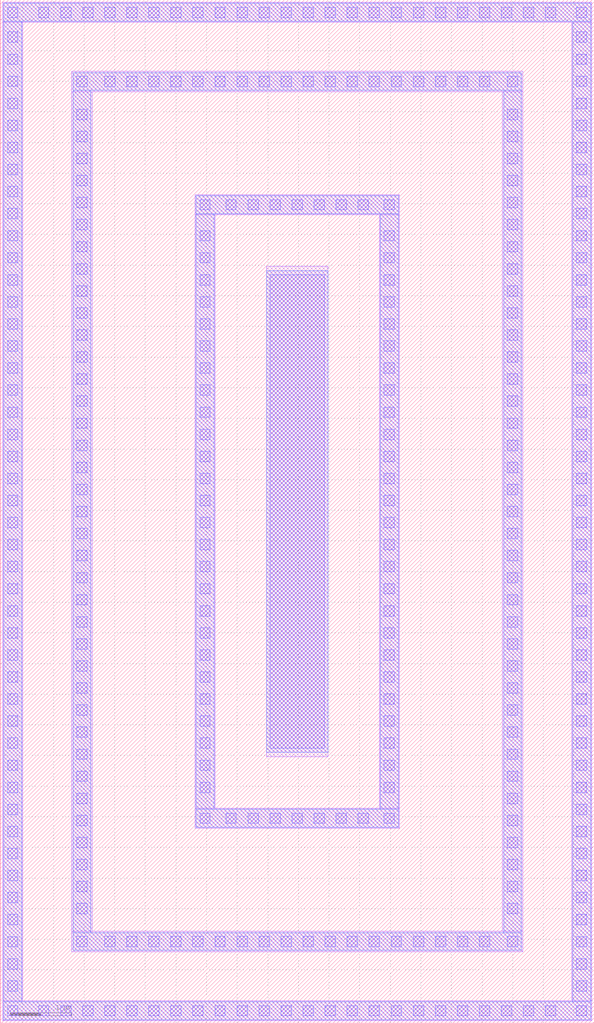
<source format=lef>
# Copyright 2020 The SkyWater PDK Authors
#
# Licensed under the Apache License, Version 2.0 (the "License");
# you may not use this file except in compliance with the License.
# You may obtain a copy of the License at
#
#     https://www.apache.org/licenses/LICENSE-2.0
#
# Unless required by applicable law or agreed to in writing, software
# distributed under the License is distributed on an "AS IS" BASIS,
# WITHOUT WARRANTIES OR CONDITIONS OF ANY KIND, either express or implied.
# See the License for the specific language governing permissions and
# limitations under the License.
#
# SPDX-License-Identifier: Apache-2.0

VERSION 5.7 ;
  NOWIREEXTENSIONATPIN ON ;
  DIVIDERCHAR "/" ;
  BUSBITCHARS "[]" ;
MACRO sky130_fd_pr__rf_npn_05v5_W1p00L8p00
  CLASS BLOCK ;
  FOREIGN sky130_fd_pr__rf_npn_05v5_W1p00L8p00 ;
  ORIGIN -0.130000 -0.130000 ;
  SIZE  9.700000 BY  16.70000 ;
  OBS
    LAYER li1 ;
      RECT 0.170000  0.170000 9.790000  0.500000 ;
      RECT 0.170000  0.500000 0.500000 16.460000 ;
      RECT 0.170000 16.460000 9.790000 16.790000 ;
      RECT 1.300000  1.300000 8.660000  1.630000 ;
      RECT 1.300000  1.630000 1.630000 15.330000 ;
      RECT 1.300000 15.330000 8.660000 15.660000 ;
      RECT 3.310000  3.310000 6.650000  3.640000 ;
      RECT 3.310000  3.640000 3.640000 13.320000 ;
      RECT 3.310000 13.320000 6.650000 13.650000 ;
      RECT 4.475000  4.475000 5.485000 12.485000 ;
      RECT 6.320000  3.640000 6.650000 13.320000 ;
      RECT 8.330000  1.630000 8.660000 15.330000 ;
      RECT 9.460000  0.500000 9.790000 16.460000 ;
    LAYER mcon ;
      RECT 0.250000  0.250000 0.420000  0.420000 ;
      RECT 0.250000  0.655000 0.420000  0.825000 ;
      RECT 0.250000  1.015000 0.420000  1.185000 ;
      RECT 0.250000  1.375000 0.420000  1.545000 ;
      RECT 0.250000  1.735000 0.420000  1.905000 ;
      RECT 0.250000  2.095000 0.420000  2.265000 ;
      RECT 0.250000  2.455000 0.420000  2.625000 ;
      RECT 0.250000  2.815000 0.420000  2.985000 ;
      RECT 0.250000  3.175000 0.420000  3.345000 ;
      RECT 0.250000  3.535000 0.420000  3.705000 ;
      RECT 0.250000  3.895000 0.420000  4.065000 ;
      RECT 0.250000  4.255000 0.420000  4.425000 ;
      RECT 0.250000  4.615000 0.420000  4.785000 ;
      RECT 0.250000  4.975000 0.420000  5.145000 ;
      RECT 0.250000  5.335000 0.420000  5.505000 ;
      RECT 0.250000  5.695000 0.420000  5.865000 ;
      RECT 0.250000  6.055000 0.420000  6.225000 ;
      RECT 0.250000  6.415000 0.420000  6.585000 ;
      RECT 0.250000  6.775000 0.420000  6.945000 ;
      RECT 0.250000  7.135000 0.420000  7.305000 ;
      RECT 0.250000  7.495000 0.420000  7.665000 ;
      RECT 0.250000  7.855000 0.420000  8.025000 ;
      RECT 0.250000  8.215000 0.420000  8.385000 ;
      RECT 0.250000  8.575000 0.420000  8.745000 ;
      RECT 0.250000  8.935000 0.420000  9.105000 ;
      RECT 0.250000  9.295000 0.420000  9.465000 ;
      RECT 0.250000  9.655000 0.420000  9.825000 ;
      RECT 0.250000 10.015000 0.420000 10.185000 ;
      RECT 0.250000 10.375000 0.420000 10.545000 ;
      RECT 0.250000 10.735000 0.420000 10.905000 ;
      RECT 0.250000 11.095000 0.420000 11.265000 ;
      RECT 0.250000 11.455000 0.420000 11.625000 ;
      RECT 0.250000 11.815000 0.420000 11.985000 ;
      RECT 0.250000 12.175000 0.420000 12.345000 ;
      RECT 0.250000 12.535000 0.420000 12.705000 ;
      RECT 0.250000 12.895000 0.420000 13.065000 ;
      RECT 0.250000 13.255000 0.420000 13.425000 ;
      RECT 0.250000 13.615000 0.420000 13.785000 ;
      RECT 0.250000 13.975000 0.420000 14.145000 ;
      RECT 0.250000 14.335000 0.420000 14.505000 ;
      RECT 0.250000 14.695000 0.420000 14.865000 ;
      RECT 0.250000 15.055000 0.420000 15.225000 ;
      RECT 0.250000 15.415000 0.420000 15.585000 ;
      RECT 0.250000 15.775000 0.420000 15.945000 ;
      RECT 0.250000 16.135000 0.420000 16.305000 ;
      RECT 0.250000 16.540000 0.420000 16.710000 ;
      RECT 0.755000  0.250000 0.925000  0.420000 ;
      RECT 0.755000 16.540000 0.925000 16.710000 ;
      RECT 1.115000  0.250000 1.285000  0.420000 ;
      RECT 1.115000 16.540000 1.285000 16.710000 ;
      RECT 1.380000  1.380000 1.550000  1.550000 ;
      RECT 1.380000  1.915000 1.550000  2.085000 ;
      RECT 1.380000  2.275000 1.550000  2.445000 ;
      RECT 1.380000  2.635000 1.550000  2.805000 ;
      RECT 1.380000  2.995000 1.550000  3.165000 ;
      RECT 1.380000  3.355000 1.550000  3.525000 ;
      RECT 1.380000  3.715000 1.550000  3.885000 ;
      RECT 1.380000  4.075000 1.550000  4.245000 ;
      RECT 1.380000  4.435000 1.550000  4.605000 ;
      RECT 1.380000  4.795000 1.550000  4.965000 ;
      RECT 1.380000  5.155000 1.550000  5.325000 ;
      RECT 1.380000  5.515000 1.550000  5.685000 ;
      RECT 1.380000  5.875000 1.550000  6.045000 ;
      RECT 1.380000  6.235000 1.550000  6.405000 ;
      RECT 1.380000  6.595000 1.550000  6.765000 ;
      RECT 1.380000  6.955000 1.550000  7.125000 ;
      RECT 1.380000  7.315000 1.550000  7.485000 ;
      RECT 1.380000  7.675000 1.550000  7.845000 ;
      RECT 1.380000  8.035000 1.550000  8.205000 ;
      RECT 1.380000  8.395000 1.550000  8.565000 ;
      RECT 1.380000  8.755000 1.550000  8.925000 ;
      RECT 1.380000  9.115000 1.550000  9.285000 ;
      RECT 1.380000  9.475000 1.550000  9.645000 ;
      RECT 1.380000  9.835000 1.550000 10.005000 ;
      RECT 1.380000 10.195000 1.550000 10.365000 ;
      RECT 1.380000 10.555000 1.550000 10.725000 ;
      RECT 1.380000 10.915000 1.550000 11.085000 ;
      RECT 1.380000 11.275000 1.550000 11.445000 ;
      RECT 1.380000 11.635000 1.550000 11.805000 ;
      RECT 1.380000 11.995000 1.550000 12.165000 ;
      RECT 1.380000 12.355000 1.550000 12.525000 ;
      RECT 1.380000 12.715000 1.550000 12.885000 ;
      RECT 1.380000 13.075000 1.550000 13.245000 ;
      RECT 1.380000 13.435000 1.550000 13.605000 ;
      RECT 1.380000 13.795000 1.550000 13.965000 ;
      RECT 1.380000 14.155000 1.550000 14.325000 ;
      RECT 1.380000 14.515000 1.550000 14.685000 ;
      RECT 1.380000 14.875000 1.550000 15.045000 ;
      RECT 1.380000 15.410000 1.550000 15.580000 ;
      RECT 1.475000  0.250000 1.645000  0.420000 ;
      RECT 1.475000 16.540000 1.645000 16.710000 ;
      RECT 1.835000  0.250000 2.005000  0.420000 ;
      RECT 1.835000  1.380000 2.005000  1.550000 ;
      RECT 1.835000 15.410000 2.005000 15.580000 ;
      RECT 1.835000 16.540000 2.005000 16.710000 ;
      RECT 2.195000  0.250000 2.365000  0.420000 ;
      RECT 2.195000  1.380000 2.365000  1.550000 ;
      RECT 2.195000 15.410000 2.365000 15.580000 ;
      RECT 2.195000 16.540000 2.365000 16.710000 ;
      RECT 2.555000  0.250000 2.725000  0.420000 ;
      RECT 2.555000  1.380000 2.725000  1.550000 ;
      RECT 2.555000 15.410000 2.725000 15.580000 ;
      RECT 2.555000 16.540000 2.725000 16.710000 ;
      RECT 2.915000  0.250000 3.085000  0.420000 ;
      RECT 2.915000  1.380000 3.085000  1.550000 ;
      RECT 2.915000 15.410000 3.085000 15.580000 ;
      RECT 2.915000 16.540000 3.085000 16.710000 ;
      RECT 3.275000  0.250000 3.445000  0.420000 ;
      RECT 3.275000  1.380000 3.445000  1.550000 ;
      RECT 3.275000 15.410000 3.445000 15.580000 ;
      RECT 3.275000 16.540000 3.445000 16.710000 ;
      RECT 3.390000  3.390000 3.560000  3.560000 ;
      RECT 3.390000  3.895000 3.560000  4.065000 ;
      RECT 3.390000  4.255000 3.560000  4.425000 ;
      RECT 3.390000  4.615000 3.560000  4.785000 ;
      RECT 3.390000  4.975000 3.560000  5.145000 ;
      RECT 3.390000  5.335000 3.560000  5.505000 ;
      RECT 3.390000  5.695000 3.560000  5.865000 ;
      RECT 3.390000  6.055000 3.560000  6.225000 ;
      RECT 3.390000  6.415000 3.560000  6.585000 ;
      RECT 3.390000  6.775000 3.560000  6.945000 ;
      RECT 3.390000  7.135000 3.560000  7.305000 ;
      RECT 3.390000  7.495000 3.560000  7.665000 ;
      RECT 3.390000  7.855000 3.560000  8.025000 ;
      RECT 3.390000  8.215000 3.560000  8.385000 ;
      RECT 3.390000  8.575000 3.560000  8.745000 ;
      RECT 3.390000  8.935000 3.560000  9.105000 ;
      RECT 3.390000  9.295000 3.560000  9.465000 ;
      RECT 3.390000  9.655000 3.560000  9.825000 ;
      RECT 3.390000 10.015000 3.560000 10.185000 ;
      RECT 3.390000 10.375000 3.560000 10.545000 ;
      RECT 3.390000 10.735000 3.560000 10.905000 ;
      RECT 3.390000 11.095000 3.560000 11.265000 ;
      RECT 3.390000 11.455000 3.560000 11.625000 ;
      RECT 3.390000 11.815000 3.560000 11.985000 ;
      RECT 3.390000 12.175000 3.560000 12.345000 ;
      RECT 3.390000 12.535000 3.560000 12.705000 ;
      RECT 3.390000 12.895000 3.560000 13.065000 ;
      RECT 3.390000 13.400000 3.560000 13.570000 ;
      RECT 3.635000  0.250000 3.805000  0.420000 ;
      RECT 3.635000  1.380000 3.805000  1.550000 ;
      RECT 3.635000 15.410000 3.805000 15.580000 ;
      RECT 3.635000 16.540000 3.805000 16.710000 ;
      RECT 3.815000  3.390000 3.985000  3.560000 ;
      RECT 3.815000 13.400000 3.985000 13.570000 ;
      RECT 3.995000  0.250000 4.165000  0.420000 ;
      RECT 3.995000  1.380000 4.165000  1.550000 ;
      RECT 3.995000 15.410000 4.165000 15.580000 ;
      RECT 3.995000 16.540000 4.165000 16.710000 ;
      RECT 4.175000  3.390000 4.345000  3.560000 ;
      RECT 4.175000 13.400000 4.345000 13.570000 ;
      RECT 4.355000  0.250000 4.525000  0.420000 ;
      RECT 4.355000  1.380000 4.525000  1.550000 ;
      RECT 4.355000 15.410000 4.525000 15.580000 ;
      RECT 4.355000 16.540000 4.525000 16.710000 ;
      RECT 4.535000  3.390000 4.705000  3.560000 ;
      RECT 4.535000  4.615000 5.425000 12.345000 ;
      RECT 4.535000 13.400000 4.705000 13.570000 ;
      RECT 4.715000  0.250000 4.885000  0.420000 ;
      RECT 4.715000  1.380000 4.885000  1.550000 ;
      RECT 4.715000 15.410000 4.885000 15.580000 ;
      RECT 4.715000 16.540000 4.885000 16.710000 ;
      RECT 4.895000  3.390000 5.065000  3.560000 ;
      RECT 4.895000 13.400000 5.065000 13.570000 ;
      RECT 5.075000  0.250000 5.245000  0.420000 ;
      RECT 5.075000  1.380000 5.245000  1.550000 ;
      RECT 5.075000 15.410000 5.245000 15.580000 ;
      RECT 5.075000 16.540000 5.245000 16.710000 ;
      RECT 5.255000  3.390000 5.425000  3.560000 ;
      RECT 5.255000 13.400000 5.425000 13.570000 ;
      RECT 5.435000  0.250000 5.605000  0.420000 ;
      RECT 5.435000  1.380000 5.605000  1.550000 ;
      RECT 5.435000 15.410000 5.605000 15.580000 ;
      RECT 5.435000 16.540000 5.605000 16.710000 ;
      RECT 5.615000  3.390000 5.785000  3.560000 ;
      RECT 5.615000 13.400000 5.785000 13.570000 ;
      RECT 5.795000  0.250000 5.965000  0.420000 ;
      RECT 5.795000  1.380000 5.965000  1.550000 ;
      RECT 5.795000 15.410000 5.965000 15.580000 ;
      RECT 5.795000 16.540000 5.965000 16.710000 ;
      RECT 5.975000  3.390000 6.145000  3.560000 ;
      RECT 5.975000 13.400000 6.145000 13.570000 ;
      RECT 6.155000  0.250000 6.325000  0.420000 ;
      RECT 6.155000  1.380000 6.325000  1.550000 ;
      RECT 6.155000 15.410000 6.325000 15.580000 ;
      RECT 6.155000 16.540000 6.325000 16.710000 ;
      RECT 6.400000  3.390000 6.570000  3.560000 ;
      RECT 6.400000  3.895000 6.570000  4.065000 ;
      RECT 6.400000  4.255000 6.570000  4.425000 ;
      RECT 6.400000  4.615000 6.570000  4.785000 ;
      RECT 6.400000  4.975000 6.570000  5.145000 ;
      RECT 6.400000  5.335000 6.570000  5.505000 ;
      RECT 6.400000  5.695000 6.570000  5.865000 ;
      RECT 6.400000  6.055000 6.570000  6.225000 ;
      RECT 6.400000  6.415000 6.570000  6.585000 ;
      RECT 6.400000  6.775000 6.570000  6.945000 ;
      RECT 6.400000  7.135000 6.570000  7.305000 ;
      RECT 6.400000  7.495000 6.570000  7.665000 ;
      RECT 6.400000  7.855000 6.570000  8.025000 ;
      RECT 6.400000  8.215000 6.570000  8.385000 ;
      RECT 6.400000  8.575000 6.570000  8.745000 ;
      RECT 6.400000  8.935000 6.570000  9.105000 ;
      RECT 6.400000  9.295000 6.570000  9.465000 ;
      RECT 6.400000  9.655000 6.570000  9.825000 ;
      RECT 6.400000 10.015000 6.570000 10.185000 ;
      RECT 6.400000 10.375000 6.570000 10.545000 ;
      RECT 6.400000 10.735000 6.570000 10.905000 ;
      RECT 6.400000 11.095000 6.570000 11.265000 ;
      RECT 6.400000 11.455000 6.570000 11.625000 ;
      RECT 6.400000 11.815000 6.570000 11.985000 ;
      RECT 6.400000 12.175000 6.570000 12.345000 ;
      RECT 6.400000 12.535000 6.570000 12.705000 ;
      RECT 6.400000 12.895000 6.570000 13.065000 ;
      RECT 6.400000 13.400000 6.570000 13.570000 ;
      RECT 6.515000  0.250000 6.685000  0.420000 ;
      RECT 6.515000  1.380000 6.685000  1.550000 ;
      RECT 6.515000 15.410000 6.685000 15.580000 ;
      RECT 6.515000 16.540000 6.685000 16.710000 ;
      RECT 6.875000  0.250000 7.045000  0.420000 ;
      RECT 6.875000  1.380000 7.045000  1.550000 ;
      RECT 6.875000 15.410000 7.045000 15.580000 ;
      RECT 6.875000 16.540000 7.045000 16.710000 ;
      RECT 7.235000  0.250000 7.405000  0.420000 ;
      RECT 7.235000  1.380000 7.405000  1.550000 ;
      RECT 7.235000 15.410000 7.405000 15.580000 ;
      RECT 7.235000 16.540000 7.405000 16.710000 ;
      RECT 7.595000  0.250000 7.765000  0.420000 ;
      RECT 7.595000  1.380000 7.765000  1.550000 ;
      RECT 7.595000 15.410000 7.765000 15.580000 ;
      RECT 7.595000 16.540000 7.765000 16.710000 ;
      RECT 7.955000  0.250000 8.125000  0.420000 ;
      RECT 7.955000  1.380000 8.125000  1.550000 ;
      RECT 7.955000 15.410000 8.125000 15.580000 ;
      RECT 7.955000 16.540000 8.125000 16.710000 ;
      RECT 8.315000  0.250000 8.485000  0.420000 ;
      RECT 8.315000 16.540000 8.485000 16.710000 ;
      RECT 8.410000  1.380000 8.580000  1.550000 ;
      RECT 8.410000  1.915000 8.580000  2.085000 ;
      RECT 8.410000  2.275000 8.580000  2.445000 ;
      RECT 8.410000  2.635000 8.580000  2.805000 ;
      RECT 8.410000  2.995000 8.580000  3.165000 ;
      RECT 8.410000  3.355000 8.580000  3.525000 ;
      RECT 8.410000  3.715000 8.580000  3.885000 ;
      RECT 8.410000  4.075000 8.580000  4.245000 ;
      RECT 8.410000  4.435000 8.580000  4.605000 ;
      RECT 8.410000  4.795000 8.580000  4.965000 ;
      RECT 8.410000  5.155000 8.580000  5.325000 ;
      RECT 8.410000  5.515000 8.580000  5.685000 ;
      RECT 8.410000  5.875000 8.580000  6.045000 ;
      RECT 8.410000  6.235000 8.580000  6.405000 ;
      RECT 8.410000  6.595000 8.580000  6.765000 ;
      RECT 8.410000  6.955000 8.580000  7.125000 ;
      RECT 8.410000  7.315000 8.580000  7.485000 ;
      RECT 8.410000  7.675000 8.580000  7.845000 ;
      RECT 8.410000  8.035000 8.580000  8.205000 ;
      RECT 8.410000  8.395000 8.580000  8.565000 ;
      RECT 8.410000  8.755000 8.580000  8.925000 ;
      RECT 8.410000  9.115000 8.580000  9.285000 ;
      RECT 8.410000  9.475000 8.580000  9.645000 ;
      RECT 8.410000  9.835000 8.580000 10.005000 ;
      RECT 8.410000 10.195000 8.580000 10.365000 ;
      RECT 8.410000 10.555000 8.580000 10.725000 ;
      RECT 8.410000 10.915000 8.580000 11.085000 ;
      RECT 8.410000 11.275000 8.580000 11.445000 ;
      RECT 8.410000 11.635000 8.580000 11.805000 ;
      RECT 8.410000 11.995000 8.580000 12.165000 ;
      RECT 8.410000 12.355000 8.580000 12.525000 ;
      RECT 8.410000 12.715000 8.580000 12.885000 ;
      RECT 8.410000 13.075000 8.580000 13.245000 ;
      RECT 8.410000 13.435000 8.580000 13.605000 ;
      RECT 8.410000 13.795000 8.580000 13.965000 ;
      RECT 8.410000 14.155000 8.580000 14.325000 ;
      RECT 8.410000 14.515000 8.580000 14.685000 ;
      RECT 8.410000 14.875000 8.580000 15.045000 ;
      RECT 8.410000 15.410000 8.580000 15.580000 ;
      RECT 8.675000  0.250000 8.845000  0.420000 ;
      RECT 8.675000 16.540000 8.845000 16.710000 ;
      RECT 9.035000  0.250000 9.205000  0.420000 ;
      RECT 9.035000 16.540000 9.205000 16.710000 ;
      RECT 9.540000  0.250000 9.710000  0.420000 ;
      RECT 9.540000  0.655000 9.710000  0.825000 ;
      RECT 9.540000  1.015000 9.710000  1.185000 ;
      RECT 9.540000  1.375000 9.710000  1.545000 ;
      RECT 9.540000  1.735000 9.710000  1.905000 ;
      RECT 9.540000  2.095000 9.710000  2.265000 ;
      RECT 9.540000  2.455000 9.710000  2.625000 ;
      RECT 9.540000  2.815000 9.710000  2.985000 ;
      RECT 9.540000  3.175000 9.710000  3.345000 ;
      RECT 9.540000  3.535000 9.710000  3.705000 ;
      RECT 9.540000  3.895000 9.710000  4.065000 ;
      RECT 9.540000  4.255000 9.710000  4.425000 ;
      RECT 9.540000  4.615000 9.710000  4.785000 ;
      RECT 9.540000  4.975000 9.710000  5.145000 ;
      RECT 9.540000  5.335000 9.710000  5.505000 ;
      RECT 9.540000  5.695000 9.710000  5.865000 ;
      RECT 9.540000  6.055000 9.710000  6.225000 ;
      RECT 9.540000  6.415000 9.710000  6.585000 ;
      RECT 9.540000  6.775000 9.710000  6.945000 ;
      RECT 9.540000  7.135000 9.710000  7.305000 ;
      RECT 9.540000  7.495000 9.710000  7.665000 ;
      RECT 9.540000  7.855000 9.710000  8.025000 ;
      RECT 9.540000  8.215000 9.710000  8.385000 ;
      RECT 9.540000  8.575000 9.710000  8.745000 ;
      RECT 9.540000  8.935000 9.710000  9.105000 ;
      RECT 9.540000  9.295000 9.710000  9.465000 ;
      RECT 9.540000  9.655000 9.710000  9.825000 ;
      RECT 9.540000 10.015000 9.710000 10.185000 ;
      RECT 9.540000 10.375000 9.710000 10.545000 ;
      RECT 9.540000 10.735000 9.710000 10.905000 ;
      RECT 9.540000 11.095000 9.710000 11.265000 ;
      RECT 9.540000 11.455000 9.710000 11.625000 ;
      RECT 9.540000 11.815000 9.710000 11.985000 ;
      RECT 9.540000 12.175000 9.710000 12.345000 ;
      RECT 9.540000 12.535000 9.710000 12.705000 ;
      RECT 9.540000 12.895000 9.710000 13.065000 ;
      RECT 9.540000 13.255000 9.710000 13.425000 ;
      RECT 9.540000 13.615000 9.710000 13.785000 ;
      RECT 9.540000 13.975000 9.710000 14.145000 ;
      RECT 9.540000 14.335000 9.710000 14.505000 ;
      RECT 9.540000 14.695000 9.710000 14.865000 ;
      RECT 9.540000 15.055000 9.710000 15.225000 ;
      RECT 9.540000 15.415000 9.710000 15.585000 ;
      RECT 9.540000 15.775000 9.710000 15.945000 ;
      RECT 9.540000 16.135000 9.710000 16.305000 ;
      RECT 9.540000 16.540000 9.710000 16.710000 ;
    LAYER met1 ;
      RECT 0.190000  0.190000 9.770000  0.480000 ;
      RECT 0.190000  0.480000 0.480000 16.480000 ;
      RECT 0.190000 16.480000 9.770000 16.770000 ;
      RECT 1.320000  1.320000 8.640000  1.610000 ;
      RECT 1.320000  1.610000 1.610000 15.350000 ;
      RECT 1.320000 15.350000 8.640000 15.640000 ;
      RECT 3.330000  3.330000 6.630000  3.620000 ;
      RECT 3.330000  3.620000 3.620000 13.340000 ;
      RECT 3.330000 13.340000 6.630000 13.630000 ;
      RECT 4.475000  4.555000 5.485000 12.405000 ;
      RECT 6.340000  3.620000 6.630000 13.340000 ;
      RECT 8.350000  1.610000 8.640000 15.350000 ;
      RECT 9.480000  0.480000 9.770000 16.480000 ;
  END
END sky130_fd_pr__rf_npn_05v5_W1p00L8p00
END LIBRARY

</source>
